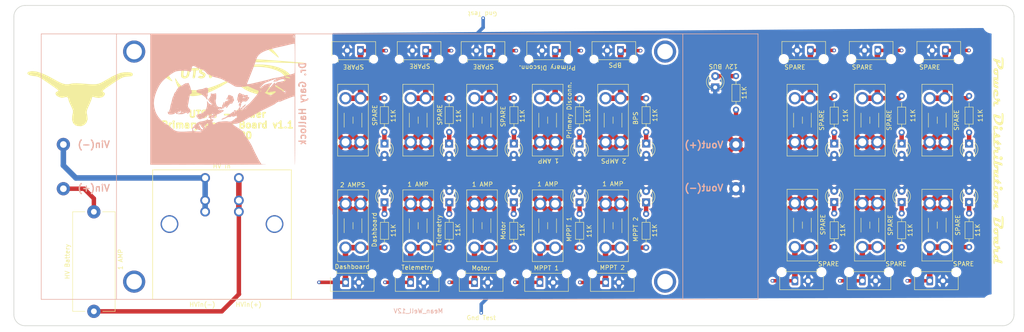
<source format=kicad_pcb>
(kicad_pcb (version 20171130) (host pcbnew "(5.1.6)-1")
  (layers (0 F.Cu signal) (31 B.Cu power) (34 B.Paste user) (35 F.Paste user) (36 B.SilkS user) (37 F.SilkS user) (38 B.Mask user) (39 F.Mask user) (44 Edge.Cuts user))
  (net 0 "")
  (net 1 "Net-(D1-Pad1)")
  (net 2 "Net-(F1-Pad1)")
  (net 3 "Net-(F1-Pad2)")
  (net 4 "Net-(J1-Pad1)")
  (net 5 /DC+)
  (net 6 "Net-(D1-Pad2)")
  (net 7 "Net-(D2-Pad2)")
  (net 8 "Net-(D3-Pad2)")
  (net 9 "Net-(D4-Pad2)")
  (net 10 "Net-(D5-Pad2)")
  (net 11 "Net-(D6-Pad2)")
  (net 12 "Net-(D7-Pad2)")
  (net 13 "Net-(D8-Pad2)")
  (net 14 "Net-(D9-Pad2)")
  (net 15 "Net-(D10-Pad2)")
  (net 16 "Net-(D11-Pad2)")
  (net 17 "Net-(F2-Pad2)")
  (net 18 "Net-(F3-Pad2)")
  (net 19 "Net-(F4-Pad2)")
  (net 20 "Net-(F5-Pad2)")
  (net 21 "Net-(F6-Pad2)")
  (net 22 "Net-(F7-Pad2)")
  (net 23 "Net-(F8-Pad2)")
  (net 24 "Net-(F9-Pad2)")
  (net 25 "Net-(F10-Pad2)")
  (net 26 "Net-(F11-Pad2)")
  (net 27 "Net-(D12-Pad2)")
  (net 28 "Net-(D13-Pad2)")
  (net 29 "Net-(D14-Pad2)")
  (net 30 "Net-(D15-Pad2)")
  (net 31 "Net-(D16-Pad2)")
  (net 32 "Net-(D17-Pad2)")
  (net 33 "Net-(F12-Pad2)")
  (net 34 "Net-(F13-Pad2)")
  (net 35 "Net-(F14-Pad2)")
  (net 36 "Net-(F15-Pad2)")
  (net 37 "Net-(F16-Pad2)")
  (net 38 "Net-(F17-Pad2)")
  (module Resistor_THT:R_Axial_DIN0204_L3.6mm_D1.6mm_P7.62mm_Horizontal (layer F.Cu) (at 200.66 76.9604 270)
    (fp_text reference R16)
    (fp_text value 11K (at 3.81 -2.54 90) (layer F.SilkS))
    (pad 2 thru_hole oval (at 7.62 0 270) (size 1.4 1.4) (drill 0.7) (layers *.Cu *.Mask) (net 31 "Net-(D16-Pad2)"))
    (pad 1 thru_hole circle (at -0.6236 0 270) (size 1.4 1.4) (drill 0.7) (layers *.Cu *.Mask) (net 38 "Net-(F17-Pad2)"))
  )
  (module Resistor_THT:R_Axial_DIN0204_L3.6mm_D1.6mm_P7.62mm_Horizontal (layer F.Cu) (at 215.9 76.9604 270)
    (fp_text reference R15)
    (fp_text value 11K (at 3.81 -2.54 90) (layer F.SilkS))
    (pad 2 thru_hole oval (at 7.62 0 270) (size 1.4 1.4) (drill 0.7) (layers *.Cu *.Mask) (net 30 "Net-(D15-Pad2)"))
    (pad 1 thru_hole circle (at -0.6236 0 270) (size 1.4 1.4) (drill 0.7) (layers *.Cu *.Mask) (net 37 "Net-(F16-Pad2)"))
  )
  (module Resistor_THT:R_Axial_DIN0204_L3.6mm_D1.6mm_P7.62mm_Horizontal (layer F.Cu) (at 231.14 76.9604 270)
    (fp_text reference R14)
    (fp_text value 11K (at 3.81 -2.54 90) (layer F.SilkS))
    (pad 2 thru_hole oval (at 7.62 0 270) (size 1.4 1.4) (drill 0.7) (layers *.Cu *.Mask) (net 29 "Net-(D14-Pad2)"))
    (pad 1 thru_hole circle (at -0.6236 0 270) (size 1.4 1.4) (drill 0.7) (layers *.Cu *.Mask) (net 36 "Net-(F15-Pad2)"))
  )
  (module Resistor_THT:R_Axial_DIN0204_L3.6mm_D1.6mm_P7.62mm_Horizontal (layer F.Cu) (at 231.14 110.49 90)
    (fp_text reference R13)
    (fp_text value 11K (at 3.81 1.92 90) (layer F.SilkS))
    (pad 2 thru_hole oval (at 7.62 0 90) (size 1.4 1.4) (drill 0.7) (layers *.Cu *.Mask) (net 28 "Net-(D13-Pad2)"))
    (pad 1 thru_hole circle (at 0 0 90) (size 1.4 1.4) (drill 0.7) (layers *.Cu *.Mask) (net 35 "Net-(F14-Pad2)"))
  )
  (module Resistor_THT:R_Axial_DIN0204_L3.6mm_D1.6mm_P7.62mm_Horizontal (layer F.Cu) (at 215.9 110.49 90)
    (fp_text reference R12)
    (fp_text value 11K (at 3.81 1.92 90) (layer F.SilkS))
    (pad 2 thru_hole oval (at 7.62 0 90) (size 1.4 1.4) (drill 0.7) (layers *.Cu *.Mask) (net 27 "Net-(D12-Pad2)"))
    (pad 1 thru_hole circle (at 0 0 90) (size 1.4 1.4) (drill 0.7) (layers *.Cu *.Mask) (net 34 "Net-(F13-Pad2)"))
  )
  (module Resistor_THT:R_Axial_DIN0204_L3.6mm_D1.6mm_P7.62mm_Horizontal (layer F.Cu) (at 200.66 110.49 90)
    (fp_text reference R11)
    (fp_text value 11K (at 3.81 1.92 90) (layer F.SilkS))
    (pad 2 thru_hole oval (at 7.62 0 90) (size 1.4 1.4) (drill 0.7) (layers *.Cu *.Mask) (net 16 "Net-(D11-Pad2)"))
    (pad 1 thru_hole circle (at 0 0 90) (size 1.4 1.4) (drill 0.7) (layers *.Cu *.Mask) (net 33 "Net-(F12-Pad2)"))
  )
  (module Connector_Molex:Molex_Micro-Fit_3.0_43650-0215_1x02_P3.00mm_Vertical (layer F.Cu) (at 195.27 66.04 180)
    (fp_text reference J17)
    (fp_text value SPARE (at 3.5 -3.81 180) (layer F.SilkS))
    (pad 2 thru_hole oval (at 3 0 180) (size 1.5 2.02) (drill 1.02) (layers *.Cu *.Mask) (net 1 "Net-(D1-Pad1)"))
    (pad 1 thru_hole roundrect (at 0 0 180) (size 1.5 2.02) (drill 1.02) (layers *.Cu *.Mask) (roundrect_rratio 0.166667) (net 38 "Net-(F17-Pad2)"))
    (pad "" np_thru_hole circle (at 6 -1.96 180) (size 1.27 1.27) (drill 1.27) (layers *.Cu *.Mask))
    (pad "" np_thru_hole circle (at -3 -1.96 180) (size 1.27 1.27) (drill 1.27) (layers *.Cu *.Mask))
  )
  (module Connector_Molex:Molex_Micro-Fit_3.0_43650-0215_1x02_P3.00mm_Vertical (layer F.Cu) (at 210.51 66.04 180)
    (fp_text reference J16)
    (fp_text value SPARE (at 3.5 -3.81) (layer F.SilkS))
    (pad 2 thru_hole oval (at 3 0 180) (size 1.5 2.02) (drill 1.02) (layers *.Cu *.Mask) (net 1 "Net-(D1-Pad1)"))
    (pad 1 thru_hole roundrect (at 0 0 180) (size 1.5 2.02) (drill 1.02) (layers *.Cu *.Mask) (roundrect_rratio 0.166667) (net 37 "Net-(F16-Pad2)"))
    (pad "" np_thru_hole circle (at 6 -1.96 180) (size 1.27 1.27) (drill 1.27) (layers *.Cu *.Mask))
    (pad "" np_thru_hole circle (at -3 -1.96 180) (size 1.27 1.27) (drill 1.27) (layers *.Cu *.Mask))
  )
  (module Connector_Molex:Molex_Micro-Fit_3.0_43650-0215_1x02_P3.00mm_Vertical (layer F.Cu) (at 225.79 66.04 180)
    (fp_text reference J15)
    (fp_text value SPARE (at 3.54 -3.81) (layer F.SilkS))
    (pad 2 thru_hole oval (at 3 0 180) (size 1.5 2.02) (drill 1.02) (layers *.Cu *.Mask) (net 1 "Net-(D1-Pad1)"))
    (pad 1 thru_hole roundrect (at 0 0 180) (size 1.5 2.02) (drill 1.02) (layers *.Cu *.Mask) (roundrect_rratio 0.166667) (net 36 "Net-(F15-Pad2)"))
    (pad "" np_thru_hole circle (at 6 -1.96 180) (size 1.27 1.27) (drill 1.27) (layers *.Cu *.Mask))
    (pad "" np_thru_hole circle (at -3 -1.96 180) (size 1.27 1.27) (drill 1.27) (layers *.Cu *.Mask))
  )
  (module Connector_Molex:Molex_Micro-Fit_3.0_43650-0215_1x02_P3.00mm_Vertical (layer F.Cu) (at 222.25 118.11)
    (fp_text reference J14)
    (fp_text value SPARE (at 7.62 -3.81) (layer F.SilkS))
    (pad 2 thru_hole oval (at 3 0) (size 1.5 2.02) (drill 1.02) (layers *.Cu *.Mask) (net 1 "Net-(D1-Pad1)"))
    (pad 1 thru_hole roundrect (at 0 0) (size 1.5 2.02) (drill 1.02) (layers *.Cu *.Mask) (roundrect_rratio 0.166667) (net 35 "Net-(F14-Pad2)"))
    (pad "" np_thru_hole circle (at 6 -1.96) (size 1.27 1.27) (drill 1.27) (layers *.Cu *.Mask))
    (pad "" np_thru_hole circle (at -3 -1.96) (size 1.27 1.27) (drill 1.27) (layers *.Cu *.Mask))
  )
  (module Connector_Molex:Molex_Micro-Fit_3.0_43650-0215_1x02_P3.00mm_Vertical (layer F.Cu) (at 207.01 118.11)
    (fp_text reference J13)
    (fp_text value SPARE (at 7.62 -3.81) (layer F.SilkS))
    (pad 2 thru_hole oval (at 3 0) (size 1.5 2.02) (drill 1.02) (layers *.Cu *.Mask) (net 1 "Net-(D1-Pad1)"))
    (pad 1 thru_hole roundrect (at 0 0) (size 1.5 2.02) (drill 1.02) (layers *.Cu *.Mask) (roundrect_rratio 0.166667) (net 34 "Net-(F13-Pad2)"))
    (pad "" np_thru_hole circle (at 6 -1.96) (size 1.27 1.27) (drill 1.27) (layers *.Cu *.Mask))
    (pad "" np_thru_hole circle (at -3 -1.96) (size 1.27 1.27) (drill 1.27) (layers *.Cu *.Mask))
  )
  (module Connector_Molex:Molex_Micro-Fit_3.0_43650-0215_1x02_P3.00mm_Vertical (layer F.Cu) (at 191.77 118.11)
    (fp_text reference J12)
    (fp_text value SPARE (at 7.62 -3.81) (layer F.SilkS))
    (pad 2 thru_hole oval (at 3 0) (size 1.5 2.02) (drill 1.02) (layers *.Cu *.Mask) (net 1 "Net-(D1-Pad1)"))
    (pad 1 thru_hole roundrect (at 0 0) (size 1.5 2.02) (drill 1.02) (layers *.Cu *.Mask) (roundrect_rratio 0.166667) (net 33 "Net-(F12-Pad2)"))
    (pad "" np_thru_hole circle (at 6 -1.96) (size 1.27 1.27) (drill 1.27) (layers *.Cu *.Mask))
    (pad "" np_thru_hole circle (at -3 -1.96) (size 1.27 1.27) (drill 1.27) (layers *.Cu *.Mask))
  )
  (module Fuse:Fuseholder_Blade_Mini_Keystone_3568 (layer F.Cu) (at 191.77 86.7664 90)
    (fp_text reference F17)
    (fp_text value SPARE (at 4.96 6.07 90) (layer F.SilkS))
    (pad 2 thru_hole circle (at 9.92 3.4 90) (size 2.78 2.78) (drill 1.78) (layers *.Cu *.Mask) (net 38 "Net-(F17-Pad2)"))
    (pad 2 thru_hole circle (at 9.92 0 90) (size 2.78 2.78) (drill 1.78) (layers *.Cu *.Mask) (net 38 "Net-(F17-Pad2)"))
    (pad 1 thru_hole circle (at 0 3.4 90) (size 2.78 2.78) (drill 1.78) (layers *.Cu *.Mask) (net 5 /DC+))
    (pad 1 thru_hole circle (at 0 0 90) (size 2.78 2.78) (drill 1.78) (layers *.Cu *.Mask) (net 5 /DC+))
  )
  (module Fuse:Fuseholder_Blade_Mini_Keystone_3568 (layer F.Cu) (at 207.01 86.7664 90)
    (fp_text reference F16)
    (fp_text value SPARE (at 4.96 6.07 90) (layer F.SilkS))
    (pad 2 thru_hole circle (at 9.92 3.4 90) (size 2.78 2.78) (drill 1.78) (layers *.Cu *.Mask) (net 37 "Net-(F16-Pad2)"))
    (pad 2 thru_hole circle (at 9.92 0 90) (size 2.78 2.78) (drill 1.78) (layers *.Cu *.Mask) (net 37 "Net-(F16-Pad2)"))
    (pad 1 thru_hole circle (at 0 3.4 90) (size 2.78 2.78) (drill 1.78) (layers *.Cu *.Mask) (net 5 /DC+))
    (pad 1 thru_hole circle (at 0 0 90) (size 2.78 2.78) (drill 1.78) (layers *.Cu *.Mask) (net 5 /DC+))
  )
  (module Fuse:Fuseholder_Blade_Mini_Keystone_3568 (layer F.Cu) (at 222.25 86.7664 90)
    (fp_text reference F15)
    (fp_text value SPARE (at 4.96 6.07 90) (layer F.SilkS))
    (pad 2 thru_hole circle (at 9.92 3.4 90) (size 2.78 2.78) (drill 1.78) (layers *.Cu *.Mask) (net 36 "Net-(F15-Pad2)"))
    (pad 2 thru_hole circle (at 9.92 0 90) (size 2.78 2.78) (drill 1.78) (layers *.Cu *.Mask) (net 36 "Net-(F15-Pad2)"))
    (pad 1 thru_hole circle (at 0 3.4 90) (size 2.78 2.78) (drill 1.78) (layers *.Cu *.Mask) (net 5 /DC+))
    (pad 1 thru_hole circle (at 0 0 90) (size 2.78 2.78) (drill 1.78) (layers *.Cu *.Mask) (net 5 /DC+))
  )
  (module Fuse:Fuseholder_Blade_Mini_Keystone_3568 (layer F.Cu) (at 225.65 100.57 270)
    (fp_text reference F14)
    (fp_text value SPARE (at 4.96 -2.95 90) (layer F.SilkS))
    (pad 2 thru_hole circle (at 9.92 3.4 270) (size 2.78 2.78) (drill 1.78) (layers *.Cu *.Mask) (net 35 "Net-(F14-Pad2)"))
    (pad 2 thru_hole circle (at 9.92 0 270) (size 2.78 2.78) (drill 1.78) (layers *.Cu *.Mask) (net 35 "Net-(F14-Pad2)"))
    (pad 1 thru_hole circle (at 0 3.4 270) (size 2.78 2.78) (drill 1.78) (layers *.Cu *.Mask) (net 5 /DC+))
    (pad 1 thru_hole circle (at 0 0 270) (size 2.78 2.78) (drill 1.78) (layers *.Cu *.Mask) (net 5 /DC+))
  )
  (module Fuse:Fuseholder_Blade_Mini_Keystone_3568 (layer F.Cu) (at 210.41 100.57 270)
    (fp_text reference F13)
    (fp_text value SPARE (at 4.96 -2.95 90) (layer F.SilkS))
    (pad 2 thru_hole circle (at 9.92 3.4 270) (size 2.78 2.78) (drill 1.78) (layers *.Cu *.Mask) (net 34 "Net-(F13-Pad2)"))
    (pad 2 thru_hole circle (at 9.92 0 270) (size 2.78 2.78) (drill 1.78) (layers *.Cu *.Mask) (net 34 "Net-(F13-Pad2)"))
    (pad 1 thru_hole circle (at 0 3.4 270) (size 2.78 2.78) (drill 1.78) (layers *.Cu *.Mask) (net 5 /DC+))
    (pad 1 thru_hole circle (at 0 0 270) (size 2.78 2.78) (drill 1.78) (layers *.Cu *.Mask) (net 5 /DC+))
  )
  (module Fuse:Fuseholder_Blade_Mini_Keystone_3568 (layer F.Cu) (at 195.17 100.57 270)
    (fp_text reference F12)
    (fp_text value SPARE (at 4.84 -2.95 90) (layer F.SilkS))
    (pad 1 thru_hole circle (at 0 0 270) (size 2.78 2.78) (drill 1.78) (layers *.Cu *.Mask) (net 5 /DC+))
    (pad 1 thru_hole circle (at 0 3.4 270) (size 2.78 2.78) (drill 1.78) (layers *.Cu *.Mask) (net 5 /DC+))
    (pad 2 thru_hole circle (at 9.92 0 270) (size 2.78 2.78) (drill 1.78) (layers *.Cu *.Mask) (net 33 "Net-(F12-Pad2)"))
    (pad 2 thru_hole circle (at 9.92 3.4 270) (size 2.78 2.78) (drill 1.78) (layers *.Cu *.Mask) (net 33 "Net-(F12-Pad2)"))
  )
  (module LED_THT:LED_D3.0mm (layer F.Cu) (at 200.66 87.0966 270)
    (fp_text reference D16)
    (fp_text value LED)
    (pad 1 thru_hole circle (at 2.54 0 270) (size 1.8 1.8) (drill 0.9) (layers *.Cu *.Mask) (net 1 "Net-(D1-Pad1)"))
    (pad 2 thru_hole rect (at 0 0 270) (size 1.8 1.8) (drill 0.9) (layers *.Cu *.Mask) (net 31 "Net-(D16-Pad2)"))
  )
  (module LED_THT:LED_D3.0mm (layer F.Cu) (at 215.9 87.0966 270)
    (fp_text reference D15)
    (fp_text value LED)
    (pad 1 thru_hole circle (at 2.54 0 270) (size 1.8 1.8) (drill 0.9) (layers *.Cu *.Mask) (net 1 "Net-(D1-Pad1)"))
    (pad 2 thru_hole rect (at 0 0 270) (size 1.8 1.8) (drill 0.9) (layers *.Cu *.Mask) (net 30 "Net-(D15-Pad2)"))
  )
  (module LED_THT:LED_D3.0mm (layer F.Cu) (at 231.14 87.0966 270)
    (fp_text reference D14)
    (fp_text value LED)
    (pad 1 thru_hole circle (at 2.54 0 270) (size 1.8 1.8) (drill 0.9) (layers *.Cu *.Mask) (net 1 "Net-(D1-Pad1)"))
    (pad 2 thru_hole rect (at 0 0 270) (size 1.8 1.8) (drill 0.9) (layers *.Cu *.Mask) (net 29 "Net-(D14-Pad2)"))
  )
  (module LED_THT:LED_D3.0mm (layer F.Cu) (at 231.14 100.33 90)
    (fp_text reference D13)
    (fp_text value LED)
    (pad 1 thru_hole circle (at 2.54 0 90) (size 1.8 1.8) (drill 0.9) (layers *.Cu *.Mask) (net 1 "Net-(D1-Pad1)"))
    (pad 2 thru_hole rect (at 0 0 90) (size 1.8 1.8) (drill 0.9) (layers *.Cu *.Mask) (net 28 "Net-(D13-Pad2)"))
  )
  (module LED_THT:LED_D3.0mm (layer F.Cu) (at 215.9 100.33 90)
    (fp_text reference D12)
    (fp_text value LED)
    (pad 1 thru_hole circle (at 2.54 0 90) (size 1.8 1.8) (drill 0.9) (layers *.Cu *.Mask) (net 1 "Net-(D1-Pad1)"))
    (pad 2 thru_hole rect (at 0 0 90) (size 1.8 1.8) (drill 0.9) (layers *.Cu *.Mask) (net 27 "Net-(D12-Pad2)"))
  )
  (module LED_THT:LED_D3.0mm (layer F.Cu) (at 200.66 100.33 90)
    (fp_text reference D11)
    (fp_text value LED)
    (pad 1 thru_hole circle (at 2.54 0 90) (size 1.8 1.8) (drill 0.9) (layers *.Cu *.Mask) (net 1 "Net-(D1-Pad1)"))
    (pad 2 thru_hole rect (at 0 0 90) (size 1.8 1.8) (drill 0.9) (layers *.Cu *.Mask) (net 16 "Net-(D11-Pad2)"))
  )
  (module "Power Board Parts:Longhorn" (layer F.Cu) (at 30.1498 76.8604)
    (fp_text reference G*** hide)
    (fp_text value LOGO hide)
  )
  (module "Power Board Parts:PhoenixContact_PC_2-GF_2x7.62" (layer F.Cu) (at 58.47588 94.86392)
    (fp_text reference J1)
    (fp_text value "HV in" (at 3.7592 -2.6416) (layer F.SilkS))
    (pad "" np_thru_hole circle (at 15.68 10.42) (size 4 4) (drill 3.4) (layers *.Cu *.Mask))
    (pad "" np_thru_hole circle (at -8.06 10.42) (size 4 4) (drill 3.4) (layers *.Cu *.Mask))
    (pad 2 thru_hole circle (at 7.62 7.62) (size 2.2 2.2) (drill 1.4) (layers *.Cu *.Mask) (net 3 "Net-(F1-Pad2)"))
    (pad 2 thru_hole circle (at 7.62 5.08) (size 2.2 2.2) (drill 1.4) (layers *.Cu *.Mask) (net 3 "Net-(F1-Pad2)"))
    (pad 1 thru_hole circle (at 0 7.62) (size 2.2 2.2) (drill 1.4) (layers *.Cu *.Mask) (net 4 "Net-(J1-Pad1)"))
    (pad 1 thru_hole circle (at 0 5.08) (size 2.2 2.2) (drill 1.4) (layers *.Cu *.Mask) (net 4 "Net-(J1-Pad1)"))
    (pad 2 thru_hole circle (at 7.62 0) (size 2.2 2.2) (drill 1.4) (layers *.Cu *.Mask) (net 3 "Net-(F1-Pad2)"))
    (pad 1 thru_hole circle (at 0 0) (size 2.2 2.2) (drill 1.4) (layers *.Cu *.Mask) (net 4 "Net-(J1-Pad1)"))
  )
  (module "Power Board Parts:Hallock" (layer B.Cu) (at 62.4078 77.0636 270)
    (fp_text reference G*** hide)
    (fp_text value LOGO hide)
  )
  (module "Power Board Parts:DC-DC Converter 12V" (layer B.Cu) (at 38.4302 122.301)
    (fp_text reference U1)
    (fp_text value Mean_Well_12V (at 68.2244 2.6416) (layer B.SilkS) (effects (justify mirror)))
    (pad 2 thru_hole circle (at -12 -35) (size 3 3) (drill 1.5) (layers *.Cu *.Mask) (net 4 "Net-(J1-Pad1)"))
    (pad 1 thru_hole circle (at -12 -25) (size 3 3) (drill 1.5) (layers *.Cu *.Mask) (net 2 "Net-(F1-Pad1)"))
    (pad "" np_thru_hole circle (at 124 -56) (size 5 5) (drill 3.5) (layers *.Cu *.Mask))
    (pad "" np_thru_hole circle (at 4 -4) (size 5 5) (drill 3.5) (layers *.Cu *.Mask))
    (pad "" np_thru_hole circle (at 4 -56) (size 5 5) (drill 3.5) (layers *.Cu *.Mask))
    (pad "" np_thru_hole circle (at 124 -4) (size 5 5) (drill 3.5) (layers *.Cu *.Mask))
    (pad 3 thru_hole circle (at 140 -35) (size 3 3) (drill 1.5) (layers *.Cu *.Mask) (net 5 /DC+))
    (pad 4 thru_hole circle (at 140 -25) (size 3 3) (drill 1.5) (layers *.Cu *.Mask) (net 1 "Net-(D1-Pad1)"))
  )
  (module "Power Board Parts:Logo" (layer F.Cu) (at 64.1096 69.8754)
    (fp_text reference G*** hide)
    (fp_text value LOGO hide)
  )
  (module MountingHole:MountingHole_3.7mm (layer F.Cu) (at 19.44624 60.19292)
    (fp_text reference REF**)
    (fp_text value MountingHole_3mm)
    (pad "" np_thru_hole circle (at 0 0) (size 3 3) (drill 3) (layers *.Cu *.Mask))
  )
  (module MountingHole:MountingHole_3.7mm (layer F.Cu) (at 236.22 60.19292)
    (fp_text reference REF**)
    (fp_text value MountingHole_3mm)
    (pad "" np_thru_hole circle (at 0 0) (size 3 3) (drill 3) (layers *.Cu *.Mask))
  )
  (module MountingHole:MountingHole_3.7mm (layer F.Cu) (at 236.22 123.19)
    (fp_text reference REF**)
    (fp_text value MountingHole_3mm)
    (pad "" np_thru_hole circle (at 0 0) (size 3 3) (drill 3) (layers *.Cu *.Mask))
  )
  (module MountingHole:MountingHole_3.7mm (layer F.Cu) (at 19.44624 124.17044)
    (fp_text reference REF**)
    (fp_text value MountingHole_3mm)
    (pad "" np_thru_hole circle (at 0 0) (size 3 3) (drill 3) (layers *.Cu *.Mask))
  )
  (module Resistor_THT:R_Axial_DIN0204_L3.6mm_D1.6mm_P7.62mm_Horizontal (layer F.Cu) (at 99.0092 110.617 90)
    (fp_text reference R1)
    (fp_text value 11K (at 3.8608 2.0066 90) (layer F.SilkS))
    (pad 2 thru_hole oval (at 7.62 0 90) (size 1.4 1.4) (drill 0.7) (layers *.Cu *.Mask) (net 6 "Net-(D1-Pad2)"))
    (pad 1 thru_hole circle (at 0 0 90) (size 1.4 1.4) (drill 0.7) (layers *.Cu *.Mask) (net 17 "Net-(F2-Pad2)"))
  )
  (module Resistor_THT:R_Axial_DIN0204_L3.6mm_D1.6mm_P7.62mm_Horizontal (layer F.Cu) (at 113.6396 110.617 90)
    (fp_text reference R2)
    (fp_text value 11K (at 4.0132 1.9558 90) (layer F.SilkS))
    (pad 1 thru_hole circle (at 0 0 90) (size 1.4 1.4) (drill 0.7) (layers *.Cu *.Mask) (net 18 "Net-(F3-Pad2)"))
    (pad 2 thru_hole oval (at 7.62 0 90) (size 1.4 1.4) (drill 0.7) (layers *.Cu *.Mask) (net 7 "Net-(D2-Pad2)"))
  )
  (module Resistor_THT:R_Axial_DIN0204_L3.6mm_D1.6mm_P7.62mm_Horizontal (layer F.Cu) (at 128.2192 110.617 90)
    (fp_text reference R3)
    (fp_text value 11K (at 3.9624 1.905 90) (layer F.SilkS))
    (pad 2 thru_hole oval (at 7.62 0 90) (size 1.4 1.4) (drill 0.7) (layers *.Cu *.Mask) (net 8 "Net-(D3-Pad2)"))
    (pad 1 thru_hole circle (at 0 0 90) (size 1.4 1.4) (drill 0.7) (layers *.Cu *.Mask) (net 19 "Net-(F4-Pad2)"))
  )
  (module Resistor_THT:R_Axial_DIN0204_L3.6mm_D1.6mm_P7.62mm_Horizontal (layer F.Cu) (at 143.1036 110.617 90)
    (fp_text reference R4)
    (fp_text value 11K (at 3.7338 2.1844 90) (layer F.SilkS))
    (pad 1 thru_hole circle (at 0 0 90) (size 1.4 1.4) (drill 0.7) (layers *.Cu *.Mask) (net 20 "Net-(F5-Pad2)"))
    (pad 2 thru_hole oval (at 7.62 0 90) (size 1.4 1.4) (drill 0.7) (layers *.Cu *.Mask) (net 9 "Net-(D4-Pad2)"))
  )
  (module Resistor_THT:R_Axial_DIN0204_L3.6mm_D1.6mm_P7.62mm_Horizontal (layer F.Cu) (at 158.1404 110.617 90)
    (fp_text reference R5)
    (fp_text value 11K (at 3.8608 1.9304 90) (layer F.SilkS))
    (pad 2 thru_hole oval (at 7.62 0 90) (size 1.4 1.4) (drill 0.7) (layers *.Cu *.Mask) (net 10 "Net-(D5-Pad2)"))
    (pad 1 thru_hole circle (at 0 0 90) (size 1.4 1.4) (drill 0.7) (layers *.Cu *.Mask) (net 21 "Net-(F6-Pad2)"))
  )
  (module Resistor_THT:R_Axial_DIN0204_L3.6mm_D1.6mm_P7.62mm_Horizontal (layer F.Cu) (at 158.1404 76.8604 270)
    (fp_text reference R6)
    (fp_text value 11K (at 3.8354 -2.0066 270) (layer F.SilkS))
    (pad 2 thru_hole oval (at 7.62 0 270) (size 1.4 1.4) (drill 0.7) (layers *.Cu *.Mask) (net 11 "Net-(D6-Pad2)"))
    (pad 1 thru_hole circle (at 0 0 270) (size 1.4 1.4) (drill 0.7) (layers *.Cu *.Mask) (net 22 "Net-(F7-Pad2)"))
  )
  (module Resistor_THT:R_Axial_DIN0204_L3.6mm_D1.6mm_P7.62mm_Horizontal (layer F.Cu) (at 143.1036 76.8858 270)
    (fp_text reference R7)
    (fp_text value 11K (at 3.8862 -1.8796 270) (layer F.SilkS))
    (pad 1 thru_hole circle (at 0 0 270) (size 1.4 1.4) (drill 0.7) (layers *.Cu *.Mask) (net 23 "Net-(F8-Pad2)"))
    (pad 2 thru_hole oval (at 7.62 0 270) (size 1.4 1.4) (drill 0.7) (layers *.Cu *.Mask) (net 12 "Net-(D7-Pad2)"))
  )
  (module Resistor_THT:R_Axial_DIN0204_L3.6mm_D1.6mm_P7.62mm_Horizontal (layer F.Cu) (at 128.27 76.8604 270)
    (fp_text reference R8)
    (fp_text value 11K (at 3.9878 -1.8796 270) (layer F.SilkS))
    (pad 2 thru_hole oval (at 7.62 0 270) (size 1.4 1.4) (drill 0.7) (layers *.Cu *.Mask) (net 13 "Net-(D8-Pad2)"))
    (pad 1 thru_hole circle (at 0 0 270) (size 1.4 1.4) (drill 0.7) (layers *.Cu *.Mask) (net 24 "Net-(F9-Pad2)"))
  )
  (module Resistor_THT:R_Axial_DIN0204_L3.6mm_D1.6mm_P7.62mm_Horizontal (layer F.Cu) (at 113.6396 76.8604 270)
    (fp_text reference R9)
    (fp_text value 11K (at 3.9878 -2.1082 270) (layer F.SilkS))
    (pad 1 thru_hole circle (at 0 0 270) (size 1.4 1.4) (drill 0.7) (layers *.Cu *.Mask) (net 25 "Net-(F10-Pad2)"))
    (pad 2 thru_hole oval (at 7.62 0 270) (size 1.4 1.4) (drill 0.7) (layers *.Cu *.Mask) (net 14 "Net-(D9-Pad2)"))
  )
  (module Resistor_THT:R_Axial_DIN0204_L3.6mm_D1.6mm_P7.62mm_Horizontal (layer F.Cu) (at 98.9838 76.8604 270)
    (fp_text reference R10)
    (fp_text value 11K (at 3.9624 -2.0066 270) (layer F.SilkS))
    (pad 2 thru_hole oval (at 7.62 0 270) (size 1.4 1.4) (drill 0.7) (layers *.Cu *.Mask) (net 15 "Net-(D10-Pad2)"))
    (pad 1 thru_hole circle (at 0 0 270) (size 1.4 1.4) (drill 0.7) (layers *.Cu *.Mask) (net 26 "Net-(F11-Pad2)"))
  )
  (module Connector_Molex:Molex_Micro-Fit_3.0_43650-0215_1x02_P3.00mm_Vertical (layer F.Cu) (at 152.3492 66.0654 180)
    (fp_text reference J7)
    (fp_text value BPS (at 1.20396 -3.26644 180 unlocked) (layer F.SilkS))
    (pad "" np_thru_hole circle (at -3 -1.96 180) (size 1 1) (drill 1) (layers *.Cu *.Mask))
    (pad "" np_thru_hole circle (at 6 -1.96 180) (size 1 1) (drill 1) (layers *.Cu *.Mask))
    (pad 1 thru_hole rect (at 0 0 180) (size 1.5 2) (drill 1) (layers *.Cu *.Mask) (net 22 "Net-(F7-Pad2)"))
    (pad 2 thru_hole oval (at 3 0 180) (size 1.5 2) (drill 1) (layers *.Cu *.Mask) (net 1 "Net-(D1-Pad1)"))
  )
  (module Fuse:Fuseholder_Blade_Mini_Keystone_3568 (layer F.Cu) (at 119.3546 86.7664 90)
    (fp_text reference F9)
    (fp_text value SPARE (at 5.7912 6.477 90) (layer F.SilkS))
    (pad 2 thru_hole circle (at 9.92 3.4 90) (size 2.78 2.78) (drill 1.78) (layers *.Cu *.Mask) (net 24 "Net-(F9-Pad2)"))
    (pad 2 thru_hole circle (at 9.92 0 90) (size 2.78 2.78) (drill 1.78) (layers *.Cu *.Mask) (net 24 "Net-(F9-Pad2)"))
    (pad 1 thru_hole circle (at 0 3.4 90) (size 2.78 2.78) (drill 1.78) (layers *.Cu *.Mask) (net 5 /DC+))
    (pad 1 thru_hole circle (at 0 0 90) (size 2.78 2.78) (drill 1.78) (layers *.Cu *.Mask) (net 5 /DC+))
  )
  (module Connector_Molex:Molex_Micro-Fit_3.0_43650-0215_1x02_P3.00mm_Vertical (layer F.Cu) (at 108.331 66.0654 180)
    (fp_text reference J10)
    (fp_text value SPARE (at 1.35128 -3.5052 180 unlocked) (layer F.SilkS))
    (pad 2 thru_hole oval (at 3 0 180) (size 1.5 2) (drill 1) (layers *.Cu *.Mask) (net 1 "Net-(D1-Pad1)"))
    (pad 1 thru_hole rect (at 0 0 180) (size 1.5 2) (drill 1) (layers *.Cu *.Mask) (net 25 "Net-(F10-Pad2)"))
    (pad "" np_thru_hole circle (at 6 -1.96 180) (size 1 1) (drill 1) (layers *.Cu *.Mask))
    (pad "" np_thru_hole circle (at -3 -1.96 180) (size 1 1) (drill 1) (layers *.Cu *.Mask))
  )
  (module Fuse:Fuseholder_Blade_Mini_Keystone_3568 (layer F.Cu) (at 104.9274 86.7664 90)
    (fp_text reference F10)
    (fp_text value SPARE (at 6.1722 6.604 90) (layer F.SilkS))
    (pad 2 thru_hole circle (at 9.92 3.4 90) (size 2.78 2.78) (drill 1.78) (layers *.Cu *.Mask) (net 25 "Net-(F10-Pad2)"))
    (pad 2 thru_hole circle (at 9.92 0 90) (size 2.78 2.78) (drill 1.78) (layers *.Cu *.Mask) (net 25 "Net-(F10-Pad2)"))
    (pad 1 thru_hole circle (at 0 3.4 90) (size 2.78 2.78) (drill 1.78) (layers *.Cu *.Mask) (net 5 /DC+))
    (pad 1 thru_hole circle (at 0 0 90) (size 2.78 2.78) (drill 1.78) (layers *.Cu *.Mask) (net 5 /DC+))
  )
  (module LED_THT:LED_D3.0mm (layer F.Cu) (at 99.0092 89.6366 90)
    (fp_text reference D10)
    (fp_text value LED)
    (pad 2 thru_hole rect (at 2.54 0 90) (size 1.8 1.8) (drill 0.9) (layers *.Cu *.Mask) (net 15 "Net-(D10-Pad2)"))
    (pad 1 thru_hole circle (at 0 0 90) (size 1.8 1.8) (drill 0.9) (layers *.Cu *.Mask) (net 1 "Net-(D1-Pad1)"))
  )
  (module LED_THT:LED_D3.0mm (layer F.Cu) (at 99.0092 97.8408 270)
    (fp_text reference D1)
    (fp_text value LED)
    (pad 1 thru_hole circle (at 0 0 270) (size 1.8 1.8) (drill 0.9) (layers *.Cu *.Mask) (net 1 "Net-(D1-Pad1)"))
    (pad 2 thru_hole rect (at 2.54 0 270) (size 1.8 1.8) (drill 0.9) (layers *.Cu *.Mask) (net 6 "Net-(D1-Pad2)"))
  )
  (module LED_THT:LED_D3.0mm (layer F.Cu) (at 113.665 97.8408 270)
    (fp_text reference D2)
    (fp_text value LED)
    (pad 2 thru_hole rect (at 2.54 0 270) (size 1.8 1.8) (drill 0.9) (layers *.Cu *.Mask) (net 7 "Net-(D2-Pad2)"))
    (pad 1 thru_hole circle (at 0 0 270) (size 1.8 1.8) (drill 0.9) (layers *.Cu *.Mask) (net 1 "Net-(D1-Pad1)"))
  )
  (module LED_THT:LED_D3.0mm (layer F.Cu) (at 128.2446 97.8408 270)
    (fp_text reference D3)
    (fp_text value LED)
    (pad 2 thru_hole rect (at 2.54 0 270) (size 1.8 1.8) (drill 0.9) (layers *.Cu *.Mask) (net 8 "Net-(D3-Pad2)"))
    (pad 1 thru_hole circle (at 0 0 270) (size 1.8 1.8) (drill 0.9) (layers *.Cu *.Mask) (net 1 "Net-(D1-Pad1)"))
  )
  (module LED_THT:LED_D3.0mm (layer F.Cu) (at 143.1036 97.8408 270)
    (fp_text reference D4)
    (fp_text value LED)
    (pad 1 thru_hole circle (at 0 0 270) (size 1.8 1.8) (drill 0.9) (layers *.Cu *.Mask) (net 1 "Net-(D1-Pad1)"))
    (pad 2 thru_hole rect (at 2.54 0 270) (size 1.8 1.8) (drill 0.9) (layers *.Cu *.Mask) (net 9 "Net-(D4-Pad2)"))
  )
  (module LED_THT:LED_D3.0mm (layer F.Cu) (at 158.1404 97.8408 270)
    (fp_text reference D5)
    (fp_text value LED)
    (pad 2 thru_hole rect (at 2.54 0 270) (size 1.8 1.8) (drill 0.9) (layers *.Cu *.Mask) (net 10 "Net-(D5-Pad2)"))
    (pad 1 thru_hole circle (at 0 0 270) (size 1.8 1.8) (drill 0.9) (layers *.Cu *.Mask) (net 1 "Net-(D1-Pad1)"))
  )
  (module LED_THT:LED_D3.0mm (layer F.Cu) (at 158.1658 89.6366 90)
    (fp_text reference D6)
    (fp_text value LED)
    (pad 2 thru_hole rect (at 2.54 0 90) (size 1.8 1.8) (drill 0.9) (layers *.Cu *.Mask) (net 11 "Net-(D6-Pad2)"))
    (pad 1 thru_hole circle (at 0 0 90) (size 1.8 1.8) (drill 0.9) (layers *.Cu *.Mask) (net 1 "Net-(D1-Pad1)"))
  )
  (module LED_THT:LED_D3.0mm (layer F.Cu) (at 143.1036 89.6366 90)
    (fp_text reference D7)
    (fp_text value LED)
    (pad 1 thru_hole circle (at 0 0 90) (size 1.8 1.8) (drill 0.9) (layers *.Cu *.Mask) (net 1 "Net-(D1-Pad1)"))
    (pad 2 thru_hole rect (at 2.54 0 90) (size 1.8 1.8) (drill 0.9) (layers *.Cu *.Mask) (net 12 "Net-(D7-Pad2)"))
  )
  (module LED_THT:LED_D3.0mm (layer F.Cu) (at 128.2446 89.6366 90)
    (fp_text reference D8)
    (fp_text value LED)
    (pad 2 thru_hole rect (at 2.54 0 90) (size 1.8 1.8) (drill 0.9) (layers *.Cu *.Mask) (net 13 "Net-(D8-Pad2)"))
    (pad 1 thru_hole circle (at 0 0 90) (size 1.8 1.8) (drill 0.9) (layers *.Cu *.Mask) (net 1 "Net-(D1-Pad1)"))
  )
  (module LED_THT:LED_D3.0mm (layer F.Cu) (at 113.6142 89.6366 90)
    (fp_text reference D9)
    (fp_text value LED)
    (pad 2 thru_hole rect (at 2.54 0 90) (size 1.8 1.8) (drill 0.9) (layers *.Cu *.Mask) (net 14 "Net-(D9-Pad2)"))
    (pad 1 thru_hole circle (at 0 0 90) (size 1.8 1.8) (drill 0.9) (layers *.Cu *.Mask) (net 1 "Net-(D1-Pad1)"))
  )
  (module Fuse:Fuseholder_Blade_Mini_Keystone_3568 (layer F.Cu) (at 93.5954 100.6983 270)
    (fp_text reference F2)
    (fp_text value Dashboard (at 5.8801 -3.1278 270) (layer F.SilkS))
    (pad 1 thru_hole circle (at 0 0 270) (size 2.78 2.78) (drill 1.78) (layers *.Cu *.Mask) (net 5 /DC+))
    (pad 1 thru_hole circle (at 0 3.4 270) (size 2.78 2.78) (drill 1.78) (layers *.Cu *.Mask) (net 5 /DC+))
    (pad 2 thru_hole circle (at 9.92 0 270) (size 2.78 2.78) (drill 1.78) (layers *.Cu *.Mask) (net 17 "Net-(F2-Pad2)"))
    (pad 2 thru_hole circle (at 9.92 3.4 270) (size 2.78 2.78) (drill 1.78) (layers *.Cu *.Mask) (net 17 "Net-(F2-Pad2)"))
  )
  (module Fuse:Fuseholder_Blade_Mini_Keystone_3568 (layer F.Cu) (at 108.3274 100.6983 270)
    (fp_text reference F3)
    (fp_text value Telemetry (at 6.0579 -3.0008 270) (layer F.SilkS))
    (pad 1 thru_hole circle (at 0 0 270) (size 2.78 2.78) (drill 1.78) (layers *.Cu *.Mask) (net 5 /DC+))
    (pad 1 thru_hole circle (at 0 3.4 270) (size 2.78 2.78) (drill 1.78) (layers *.Cu *.Mask) (net 5 /DC+))
    (pad 2 thru_hole circle (at 9.92 0 270) (size 2.78 2.78) (drill 1.78) (layers *.Cu *.Mask) (net 18 "Net-(F3-Pad2)"))
    (pad 2 thru_hole circle (at 9.92 3.4 270) (size 2.78 2.78) (drill 1.78) (layers *.Cu *.Mask) (net 18 "Net-(F3-Pad2)"))
  )
  (module Fuse:Fuseholder_Blade_Mini_Keystone_3568 (layer F.Cu) (at 122.7546 100.6983 270)
    (fp_text reference F4)
    (fp_text value Motor (at 6.0579 -3.077 270) (layer F.SilkS))
    (pad 2 thru_hole circle (at 9.92 3.4 270) (size 2.78 2.78) (drill 1.78) (layers *.Cu *.Mask) (net 19 "Net-(F4-Pad2)"))
    (pad 2 thru_hole circle (at 9.92 0 270) (size 2.78 2.78) (drill 1.78) (layers *.Cu *.Mask) (net 19 "Net-(F4-Pad2)"))
    (pad 1 thru_hole circle (at 0 3.4 270) (size 2.78 2.78) (drill 1.78) (layers *.Cu *.Mask) (net 5 /DC+))
    (pad 1 thru_hole circle (at 0 0 270) (size 2.78 2.78) (drill 1.78) (layers *.Cu *.Mask) (net 5 /DC+))
  )
  (module Fuse:Fuseholder_Blade_Mini_Keystone_3568 (layer F.Cu) (at 137.5884 100.6983 270)
    (fp_text reference F5)
    (fp_text value "MPPT 1" (at 5.7531 -3.153 270) (layer F.SilkS))
    (pad 1 thru_hole circle (at 0 0 270) (size 2.78 2.78) (drill 1.78) (layers *.Cu *.Mask) (net 5 /DC+))
    (pad 1 thru_hole circle (at 0 3.4 270) (size 2.78 2.78) (drill 1.78) (layers *.Cu *.Mask) (net 5 /DC+))
    (pad 2 thru_hole circle (at 9.92 0 270) (size 2.78 2.78) (drill 1.78) (layers *.Cu *.Mask) (net 20 "Net-(F5-Pad2)"))
    (pad 2 thru_hole circle (at 9.92 3.4 270) (size 2.78 2.78) (drill 1.78) (layers *.Cu *.Mask) (net 20 "Net-(F5-Pad2)"))
  )
  (module Fuse:Fuseholder_Blade_Mini_Keystone_3568 (layer F.Cu) (at 152.371 100.6983 270)
    (fp_text reference F6)
    (fp_text value "MPPT 2" (at 5.7785 -3.4072 90 unlocked) (layer F.SilkS))
    (pad 1 thru_hole circle (at 0 0 270) (size 2.78 2.78) (drill 1.78) (layers *.Cu *.Mask) (net 5 /DC+))
    (pad 1 thru_hole circle (at 0 3.4 270) (size 2.78 2.78) (drill 1.78) (layers *.Cu *.Mask) (net 5 /DC+))
    (pad 2 thru_hole circle (at 9.92 0 270) (size 2.78 2.78) (drill 1.78) (layers *.Cu *.Mask) (net 21 "Net-(F6-Pad2)"))
    (pad 2 thru_hole circle (at 9.92 3.4 270) (size 2.78 2.78) (drill 1.78) (layers *.Cu *.Mask) (net 21 "Net-(F6-Pad2)"))
  )
  (module Fuse:Fuseholder_Blade_Mini_Keystone_3568 (layer F.Cu) (at 148.971 86.7664 90)
    (fp_text reference F7)
    (fp_text value BPS (at 5.4102 6.8072 90) (layer F.SilkS))
    (pad 2 thru_hole circle (at 9.92 3.4 90) (size 2.78 2.78) (drill 1.78) (layers *.Cu *.Mask) (net 22 "Net-(F7-Pad2)"))
    (pad 2 thru_hole circle (at 9.92 0 90) (size 2.78 2.78) (drill 1.78) (layers *.Cu *.Mask) (net 22 "Net-(F7-Pad2)"))
    (pad 1 thru_hole circle (at 0 3.4 90) (size 2.78 2.78) (drill 1.78) (layers *.Cu *.Mask) (net 5 /DC+))
    (pad 1 thru_hole circle (at 0 0 90) (size 2.78 2.78) (drill 1.78) (layers *.Cu *.Mask) (net 5 /DC+))
  )
  (module Fuse:Fuseholder_Blade_Mini_Keystone_3568 (layer F.Cu) (at 134.1884 86.7664 90)
    (fp_text reference F8)
    (fp_text value "Primary Disconn." (at 7.1628 6.5784 90) (layer F.SilkS))
    (pad 2 thru_hole circle (at 9.92 3.4 90) (size 2.78 2.78) (drill 1.78) (layers *.Cu *.Mask) (net 23 "Net-(F8-Pad2)"))
    (pad 2 thru_hole circle (at 9.92 0 90) (size 2.78 2.78) (drill 1.78) (layers *.Cu *.Mask) (net 23 "Net-(F8-Pad2)"))
    (pad 1 thru_hole circle (at 0 3.4 90) (size 2.78 2.78) (drill 1.78) (layers *.Cu *.Mask) (net 5 /DC+))
    (pad 1 thru_hole circle (at 0 0 90) (size 2.78 2.78) (drill 1.78) (layers *.Cu *.Mask) (net 5 /DC+))
  )
  (module Connector_Molex:Molex_Micro-Fit_3.0_43650-0215_1x02_P3.00mm_Vertical (layer F.Cu) (at 90.2208 118.491)
    (fp_text reference J2)
    (fp_text value Dashboard (at 1.48336 -3.57124) (layer F.SilkS))
    (pad "" np_thru_hole circle (at -3 -1.96) (size 1 1) (drill 1) (layers *.Cu *.Mask))
    (pad "" np_thru_hole circle (at 6 -1.96) (size 1 1) (drill 1) (layers *.Cu *.Mask))
    (pad 1 thru_hole rect (at 0 0) (size 1.5 2) (drill 1) (layers *.Cu *.Mask) (net 17 "Net-(F2-Pad2)"))
    (pad 2 thru_hole oval (at 3 0) (size 1.5 2) (drill 1) (layers *.Cu *.Mask) (net 1 "Net-(D1-Pad1)"))
  )
  (module Connector_Molex:Molex_Micro-Fit_3.0_43650-0215_1x02_P3.00mm_Vertical (layer F.Cu) (at 104.902 118.491)
    (fp_text reference J3)
    (fp_text value Telemetry (at 1.4986 -3.39852) (layer F.SilkS))
    (pad 2 thru_hole oval (at 3 0) (size 1.5 2) (drill 1) (layers *.Cu *.Mask) (net 1 "Net-(D1-Pad1)"))
    (pad 1 thru_hole rect (at 0 0) (size 1.5 2) (drill 1) (layers *.Cu *.Mask) (net 18 "Net-(F3-Pad2)"))
    (pad "" np_thru_hole circle (at 6 -1.96) (size 1 1) (drill 1) (layers *.Cu *.Mask))
    (pad "" np_thru_hole circle (at -3 -1.96) (size 1 1) (drill 1) (layers *.Cu *.Mask))
  )
  (module Connector_Molex:Molex_Micro-Fit_3.0_43650-0215_1x02_P3.00mm_Vertical (layer F.Cu) (at 119.3546 118.491)
    (fp_text reference J4)
    (fp_text value Motor (at 1.4478 -3.26136) (layer F.SilkS))
    (pad 2 thru_hole oval (at 3 0) (size 1.5 2) (drill 1) (layers *.Cu *.Mask) (net 1 "Net-(D1-Pad1)"))
    (pad 1 thru_hole rect (at 0 0) (size 1.5 2) (drill 1) (layers *.Cu *.Mask) (net 19 "Net-(F4-Pad2)"))
    (pad "" np_thru_hole circle (at 6 -1.96) (size 1 1) (drill 1) (layers *.Cu *.Mask))
    (pad "" np_thru_hole circle (at -3 -1.96) (size 1 1) (drill 1) (layers *.Cu *.Mask))
  )
  (module Connector_Molex:Molex_Micro-Fit_3.0_43650-0215_1x02_P3.00mm_Vertical (layer F.Cu) (at 134.1374 118.491)
    (fp_text reference J5)
    (fp_text value "MPPT 1" (at 1.45288 -3.25628) (layer F.SilkS))
    (pad 2 thru_hole oval (at 3 0) (size 1.5 2) (drill 1) (layers *.Cu *.Mask) (net 1 "Net-(D1-Pad1)"))
    (pad 1 thru_hole rect (at 0 0) (size 1.5 2) (drill 1) (layers *.Cu *.Mask) (net 20 "Net-(F5-Pad2)"))
    (pad "" np_thru_hole circle (at 6 -1.96) (size 1 1) (drill 1) (layers *.Cu *.Mask))
    (pad "" np_thru_hole circle (at -3 -1.96) (size 1 1) (drill 1) (layers *.Cu *.Mask))
  )
  (module Connector_Molex:Molex_Micro-Fit_3.0_43650-0215_1x02_P3.00mm_Vertical (layer F.Cu) (at 148.9964 118.491)
    (fp_text reference J6)
    (fp_text value "MPPT 2" (at 1.50368 -3.35788 180) (layer F.SilkS))
    (pad 2 thru_hole oval (at 3 0) (size 1.5 2) (drill 1) (layers *.Cu *.Mask) (net 1 "Net-(D1-Pad1)"))
    (pad 1 thru_hole rect (at 0 0) (size 1.5 2) (drill 1) (layers *.Cu *.Mask) (net 21 "Net-(F6-Pad2)"))
    (pad "" np_thru_hole circle (at 6 -1.96) (size 1 1) (drill 1) (layers *.Cu *.Mask))
    (pad "" np_thru_hole circle (at -3 -1.96) (size 1 1) (drill 1) (layers *.Cu *.Mask))
  )
  (module Connector_Molex:Molex_Micro-Fit_3.0_43650-0215_1x02_P3.00mm_Vertical (layer F.Cu) (at 137.6172 66.0654 180)
    (fp_text reference J8)
    (fp_text value "Primary Disconn." (at 1.79832 -3.88112 180 unlocked) (layer F.SilkS))
    (pad "" np_thru_hole circle (at -3 -1.96 180) (size 1 1) (drill 1) (layers *.Cu *.Mask))
    (pad "" np_thru_hole circle (at 6 -1.96 180) (size 1 1) (drill 1) (layers *.Cu *.Mask))
    (pad 1 thru_hole rect (at 0 0 180) (size 1.5 2) (drill 1) (layers *.Cu *.Mask) (net 23 "Net-(F8-Pad2)"))
    (pad 2 thru_hole oval (at 3 0 180) (size 1.5 2) (drill 1) (layers *.Cu *.Mask) (net 1 "Net-(D1-Pad1)"))
  )
  (module Connector_Molex:Molex_Micro-Fit_3.0_43650-0215_1x02_P3.00mm_Vertical (layer F.Cu) (at 122.7836 66.0654 180)
    (fp_text reference J9)
    (fp_text value SPARE (at 1.4228 -3.61696 180 unlocked) (layer F.SilkS))
    (pad 2 thru_hole oval (at 3 0 180) (size 1.5 2) (drill 1) (layers *.Cu *.Mask) (net 1 "Net-(D1-Pad1)"))
    (pad 1 thru_hole rect (at 0 0 180) (size 1.5 2) (drill 1) (layers *.Cu *.Mask) (net 24 "Net-(F9-Pad2)"))
    (pad "" np_thru_hole circle (at 6 -1.96 180) (size 1 1) (drill 1) (layers *.Cu *.Mask))
    (pad "" np_thru_hole circle (at -3 -1.96 180) (size 1 1) (drill 1) (layers *.Cu *.Mask))
  )
  (module Fuse:Fuseholder_Blade_Mini_Keystone_3568 (layer F.Cu) (at 90.1954 86.7664 90)
    (fp_text reference F11)
    (fp_text value SPARE (at 6.0706 6.6548 90) (layer F.SilkS))
    (pad 2 thru_hole circle (at 9.92 3.4 90) (size 2.78 2.78) (drill 1.78) (layers *.Cu *.Mask) (net 26 "Net-(F11-Pad2)"))
    (pad 2 thru_hole circle (at 9.92 0 90) (size 2.78 2.78) (drill 1.78) (layers *.Cu *.Mask) (net 26 "Net-(F11-Pad2)"))
    (pad 1 thru_hole circle (at 0 3.4 90) (size 2.78 2.78) (drill 1.78) (layers *.Cu *.Mask) (net 5 /DC+))
    (pad 1 thru_hole circle (at 0 0 90) (size 2.78 2.78) (drill 1.78) (layers *.Cu *.Mask) (net 5 /DC+))
  )
  (module Connector_Molex:Molex_Micro-Fit_3.0_43650-0215_1x02_P3.00mm_Vertical (layer F.Cu) (at 93.5736 66.0654 180)
    (fp_text reference J11)
    (fp_text value SPARE (at 1.57988 -3.683 180 unlocked) (layer F.SilkS))
    (pad 2 thru_hole oval (at 3 0 180) (size 1.5 2) (drill 1) (layers *.Cu *.Mask) (net 1 "Net-(D1-Pad1)"))
    (pad 1 thru_hole rect (at 0 0 180) (size 1.5 2) (drill 1) (layers *.Cu *.Mask) (net 26 "Net-(F11-Pad2)"))
    (pad "" np_thru_hole circle (at 6 -1.96 180) (size 1 1) (drill 1) (layers *.Cu *.Mask))
    (pad "" np_thru_hole circle (at -3 -1.96 180) (size 1 1) (drill 1) (layers *.Cu *.Mask))
  )
  (module LED_THT:LED_D3.0mm (layer F.Cu) (at 173.7614 74.3966 90)
    (fp_text reference D17)
    (fp_text value LED)
    (pad 1 thru_hole rect (at 0 0 90) (size 1.8 1.8) (drill 0.9) (layers *.Cu *.Mask) (net 1 "Net-(D1-Pad1)"))
    (pad 2 thru_hole circle (at 2.54 0 90) (size 1.8 1.8) (drill 0.9) (layers *.Cu *.Mask) (net 32 "Net-(D17-Pad2)"))
  )
  (module Resistor_THT:R_Axial_DIN0204_L3.6mm_D1.6mm_P7.62mm_Horizontal (layer F.Cu) (at 178.4604 79.4512 90)
    (fp_text reference R18)
    (fp_text value 11K (at 3.8354 1.8542 90) (layer F.SilkS))
    (pad 1 thru_hole circle (at 0 0 90) (size 1.4 1.4) (drill 0.7) (layers *.Cu *.Mask) (net 5 /DC+))
    (pad 2 thru_hole oval (at 7.62 0 90) (size 1.4 1.4) (drill 0.7) (layers *.Cu *.Mask) (net 32 "Net-(D17-Pad2)"))
  )
  (module "Power Board Parts:Title" (layer F.Cu) (at 226.06 104.14 270)
    (fp_text reference G*** hide)
    (fp_text value LOGO hide)
  )
  (module Fuse:Fuseholder_Cylinder-5x20mm_Schurter_0031_8201_Horizontal_Open (layer F.Cu) (at 33.3248 102.5144 270)
    (fp_text reference F1)
    (fp_text value "HV Battery" (at 11.25 6 270) (layer F.SilkS))
    (pad 1 thru_hole circle (at 0 0 270) (size 3 3) (drill 1.3) (layers *.Cu *.Mask) (net 2 "Net-(F1-Pad1)"))
    (pad 2 thru_hole circle (at 22.5 0 270) (size 3 3) (drill 1.3) (layers *.Cu *.Mask) (net 3 "Net-(F1-Pad2)"))
    (pad "" np_thru_hole circle (at 11.25 0 270) (size 2.7 2.7) (drill 2.7) (layers *.Cu *.Mask))
  )
  (gr_arc (start 238.76 125.73) (end 238.76 128.27) (angle -90) (layer Edge.Cuts) (width 0.15))
  (gr_arc (start 238.76 58.42) (end 241.3 58.42) (angle -90) (layer Edge.Cuts) (width 0.15))
  (gr_arc (start 17.78 58.42) (end 17.78 55.88) (angle -90) (layer Edge.Cuts) (width 0.15))
  (gr_arc (start 17.78 125.73) (end 15.24 125.73) (angle -90) (layer Edge.Cuts) (width 0.15))
  (gr_text "1 AMP" (at 136.0424 91.0082 180) (layer F.SilkS) (effects (font (size 1 1))))
  (gr_text "1 AMP" (at 150.622 96.2152) (layer F.SilkS) (effects (font (size 1 1))))
  (gr_text "1 AMP" (at 135.9154 96.266) (layer F.SilkS) (effects (font (size 1 1))))
  (gr_text "1 AMP" (at 106.5784 96.3168) (layer F.SilkS) (effects (font (size 1 1))))
  (gr_text "2 AMPS" (at 91.821 96.4438) (layer F.SilkS) (effects (font (size 1 1))))
  (gr_text "1 AMP" (at 121.158 96.3168) (layer F.SilkS) (effects (font (size 1 1))))
  (gr_text "2 AMPS" (at 150.7998 91.0082 180) (layer F.SilkS) (effects (font (size 1 1))))
  (gr_text "1 AMP" (at 39.3446 113.284 90) (layer F.SilkS) (effects (font (size 1 1))))
  (gr_text "Gnd Test" (at 121.1834 57.7596 180) (layer F.SilkS) (effects (font (size 1 1))))
  (gr_text "Gnd Test" (at 120.8786 126.4666) (layer F.SilkS) (effects (font (size 1 1))))
  (gr_text "HVin(+)" (at 68.3006 123.4694) (layer F.SilkS) (effects (font (size 1 1))))
  (gr_text "HVin(-)" (at 57.8358 123.4694) (layer F.SilkS) (effects (font (size 1 1))))
  (gr_text "12V BUS\n" (at 175.5648 69.6722 180) (layer F.SilkS) (effects (font (size 1 1))))
  (gr_text "Dr. Gary Hallock" (at 80.4926 78.0542 90) (layer B.SilkS) (effects (font (size 1.5 1.5) (thickness 0.3)) (justify mirror)))
  (gr_text "Vin(+)" (at 33.2994 97.155) (layer B.SilkS) (effects (font (size 1.5 1.5) (thickness 0.3)) (justify mirror)))
  (gr_text "Vin(-)" (at 33.2994 87.2998) (layer B.SilkS) (effects (font (size 1.5 1.5) (thickness 0.3)) (justify mirror)))
  (gr_text "UTSVT - Power\nPrimary Power Board v1.1\nFall 2020" (at 63.5 82.8548) (layer F.SilkS) (effects (font (size 1.5 1.5) (thickness 0.375))))
  (gr_line (start 241.3 58.42) (end 241.3 125.73) (layer Edge.Cuts) (width 0.15))
  (gr_text "Vout(-)" (at 171.196 97.1042) (layer B.SilkS) (effects (font (size 1.5 1.5) (thickness 0.3)) (justify mirror)))
  (gr_text "Vout(+)" (at 171.196 87.376) (layer B.SilkS) (effects (font (size 1.5 1.5) (thickness 0.3)) (justify mirror)))
  (gr_line (start 15.24 125.73) (end 15.24 58.42) (layer Edge.Cuts) (width 0.15))
  (gr_line (start 238.76 128.27) (end 17.78 128.27) (layer Edge.Cuts) (width 0.15))
  (gr_line (start 17.78 55.88) (end 238.76 55.88) (layer Edge.Cuts) (width 0.15))
  (via (at 121.3104 58.7502) (size 0.8) (drill 0.4) (layers F.Cu B.Cu) (net 1))
  (via (at 120.8786 125.349) (size 0.8) (drill 0.4) (layers F.Cu B.Cu) (net 1))
  (segment (start 120.8786 125.349) (end 120.8786 124.783315) (width 0.8) (layer B.Cu) (net 1))
  (segment (start 120.8786 124.783315) (end 120.8786 123.3932) (width 0.8) (layer B.Cu) (net 1))
  (segment (start 120.8786 123.3932) (end 122.3518 121.92) (width 0.8) (layer B.Cu) (net 1))
  (segment (start 121.3104 58.7502) (end 121.3104 60.8584) (width 0.8) (layer B.Cu) (net 1))
  (segment (start 121.3104 60.8584) (end 119.7102 62.4586) (width 0.8) (layer B.Cu) (net 1))
  (segment (start 31.1086 97.301) (end 26.4302 97.301) (width 1) (layer F.Cu) (net 2))
  (segment (start 33.3248 102.5144) (end 33.3248 99.5172) (width 1) (layer F.Cu) (net 2))
  (segment (start 33.3248 99.5172) (end 31.1086 97.301) (width 1) (layer F.Cu) (net 2))
  (segment (start 66.09588 94.86392) (end 66.09588 99.94392) (width 1.25) (layer F.Cu) (net 3))
  (segment (start 66.09588 99.94392) (end 66.09588 102.48392) (width 1.25) (layer F.Cu) (net 3))
  (segment (start 33.3248 125.0144) (end 62.2344 125.0144) (width 1) (layer F.Cu) (net 3))
  (segment (start 62.2344 125.0144) (end 66.1162 121.1326) (width 1) (layer F.Cu) (net 3))
  (segment (start 66.09588 121.11228) (end 66.09588 102.48392) (width 1) (layer F.Cu) (net 3))
  (segment (start 66.1162 121.1326) (end 66.09588 121.11228) (width 1) (layer F.Cu) (net 3))
  (segment (start 58.47588 94.86392) (end 58.47588 99.94392) (width 1.25) (layer B.Cu) (net 4))
  (segment (start 58.47588 99.94392) (end 58.47588 102.48392) (width 1.25) (layer B.Cu) (net 4))
  (segment (start 26.4302 92.0384) (end 26.4302 87.301) (width 1.25) (layer B.Cu) (net 4))
  (segment (start 58.47588 94.86392) (end 29.25572 94.86392) (width 1.25) (layer B.Cu) (net 4))
  (segment (start 29.25572 94.86392) (end 26.4302 92.0384) (width 1.25) (layer B.Cu) (net 4))
  (segment (start 178.4604 87.2708) (end 178.4302 87.301) (width 1) (layer F.Cu) (net 5))
  (segment (start 178.4604 79.4512) (end 178.4604 81.96072) (width 1) (layer F.Cu) (net 5))
  (segment (start 178.4604 81.96072) (end 174.7012 85.71992) (width 1) (layer F.Cu) (net 5))
  (segment (start 99.0092 102.997) (end 99.0092 100.3808) (width 1) (layer F.Cu) (net 6))
  (segment (start 113.665 102.9716) (end 113.6396 102.997) (width 1) (layer F.Cu) (net 7))
  (segment (start 113.665 100.3808) (end 113.665 102.9716) (width 1) (layer F.Cu) (net 7))
  (segment (start 128.2192 100.4062) (end 128.2446 100.3808) (width 1) (layer F.Cu) (net 8))
  (segment (start 128.2192 102.997) (end 128.2192 100.4062) (width 1) (layer F.Cu) (net 8))
  (segment (start 143.1036 102.997) (end 143.1036 100.3808) (width 1) (layer F.Cu) (net 9))
  (segment (start 158.1404 100.4062) (end 158.1404 102.997) (width 1) (layer F.Cu) (net 10))
  (segment (start 158.1404 87.0712) (end 158.1658 87.0966) (width 1) (layer F.Cu) (net 11))
  (segment (start 158.1404 84.4804) (end 158.1404 87.0712) (width 1) (layer F.Cu) (net 11))
  (segment (start 143.1036 87.122) (end 143.1036 84.5058) (width 1) (layer F.Cu) (net 12))
  (segment (start 128.27 87.0712) (end 128.2446 87.0966) (width 1) (layer F.Cu) (net 13))
  (segment (start 128.27 84.4804) (end 128.27 87.0712) (width 1) (layer F.Cu) (net 13))
  (segment (start 113.6396 87.0712) (end 113.6142 87.0966) (width 1) (layer F.Cu) (net 14))
  (segment (start 113.6396 84.4804) (end 113.6396 87.0712) (width 1) (layer F.Cu) (net 14))
  (segment (start 98.9838 87.0712) (end 99.0092 87.0966) (width 1) (layer F.Cu) (net 15))
  (segment (start 98.9838 84.4804) (end 98.9838 87.0712) (width 1) (layer F.Cu) (net 15))
  (segment (start 200.66 100.33) (end 200.66 102.87) (width 1) (layer F.Cu) (net 16))
  (via (at 84.20608 118.46052) (size 0.8) (drill 0.4) (layers F.Cu B.Cu) (net 17))
  (segment (start 90.1954 110.6183) (end 93.5954 110.6183) (width 1.25) (layer F.Cu) (net 17))
  (segment (start 99.0079 110.6183) (end 99.0092 110.617) (width 1) (layer F.Cu) (net 17))
  (segment (start 93.5954 110.6183) (end 99.0079 110.6183) (width 1) (layer F.Cu) (net 17))
  (segment (start 90.19032 118.46052) (end 90.2208 118.491) (width 1) (layer F.Cu) (net 17))
  (segment (start 84.20608 118.46052) (end 90.19032 118.46052) (width 0.8) (layer F.Cu) (net 17))
  (segment (start 90.1954 118.4656) (end 90.2208 118.491) (width 1.25) (layer F.Cu) (net 17))
  (segment (start 90.1954 110.6183) (end 90.1954 118.4656) (width 1.25) (layer F.Cu) (net 17))
  (via (at 99.1108 118.46052) (size 0.8) (drill 0.4) (layers F.Cu B.Cu) (net 18))
  (segment (start 113.6383 110.6183) (end 113.6396 110.617) (width 1) (layer F.Cu) (net 18))
  (segment (start 108.3274 110.6183) (end 113.6383 110.6183) (width 1) (layer F.Cu) (net 18))
  (segment (start 104.9274 110.6183) (end 108.3274 110.6183) (width 1.25) (layer F.Cu) (net 18))
  (segment (start 104.9274 118.3894) (end 104.902 118.4148) (width 1.25) (layer F.Cu) (net 18))
  (segment (start 104.9274 118.4656) (end 104.902 118.491) (width 1.25) (layer F.Cu) (net 18))
  (segment (start 104.9274 110.6183) (end 104.9274 118.4656) (width 1.25) (layer F.Cu) (net 18))
  (segment (start 104.87152 118.46052) (end 104.902 118.491) (width 1) (layer F.Cu) (net 18))
  (segment (start 99.1108 118.46052) (end 104.87152 118.46052) (width 0.8) (layer F.Cu) (net 18))
  (via (at 113.65484 118.46052) (size 0.8) (drill 0.4) (layers F.Cu B.Cu) (net 19))
  (segment (start 119.3546 110.6183) (end 122.7546 110.6183) (width 1.25) (layer F.Cu) (net 19))
  (segment (start 128.2179 110.6183) (end 128.2192 110.617) (width 1) (layer F.Cu) (net 19))
  (segment (start 122.7546 110.6183) (end 128.2179 110.6183) (width 1) (layer F.Cu) (net 19))
  (segment (start 119.3546 110.6183) (end 119.3546 118.491) (width 1.25) (layer F.Cu) (net 19))
  (segment (start 119.32412 118.46052) (end 119.3546 118.491) (width 1) (layer F.Cu) (net 19))
  (segment (start 113.65484 118.46052) (end 119.32412 118.46052) (width 0.8) (layer F.Cu) (net 19))
  (via (at 128.48336 118.46052) (size 0.8) (drill 0.4) (layers F.Cu B.Cu) (net 20))
  (segment (start 134.1884 118.3384) (end 134.1374 118.3894) (width 1.25) (layer F.Cu) (net 20))
  (segment (start 134.1884 110.6183) (end 137.5884 110.6183) (width 1.25) (layer F.Cu) (net 20))
  (segment (start 143.1023 110.6183) (end 143.1036 110.617) (width 1) (layer F.Cu) (net 20))
  (segment (start 137.5884 110.6183) (end 143.1023 110.6183) (width 1) (layer F.Cu) (net 20))
  (segment (start 134.1884 118.44) (end 134.1374 118.491) (width 1.25) (layer F.Cu) (net 20))
  (segment (start 134.1884 110.6183) (end 134.1884 118.44) (width 1.25) (layer F.Cu) (net 20))
  (segment (start 134.0612 118.4148) (end 134.1374 118.491) (width 1) (layer F.Cu) (net 20))
  (segment (start 134.10692 118.46052) (end 134.1374 118.491) (width 1) (layer F.Cu) (net 20))
  (segment (start 128.48336 118.46052) (end 134.10692 118.46052) (width 0.8) (layer F.Cu) (net 20))
  (via (at 143.14932 118.46052) (size 0.8) (drill 0.4) (layers F.Cu B.Cu) (net 21))
  (segment (start 148.971 118.5164) (end 148.9964 118.5418) (width 1.25) (layer F.Cu) (net 21))
  (segment (start 148.971 110.6183) (end 152.371 110.6183) (width 1.25) (layer F.Cu) (net 21))
  (segment (start 152.3723 110.617) (end 152.371 110.6183) (width 1) (layer F.Cu) (net 21))
  (segment (start 158.1404 110.617) (end 152.3723 110.617) (width 1) (layer F.Cu) (net 21))
  (segment (start 148.971 118.4656) (end 148.9964 118.491) (width 1.25) (layer F.Cu) (net 21))
  (segment (start 148.971 110.6183) (end 148.971 118.4656) (width 1.25) (layer F.Cu) (net 21))
  (segment (start 148.96592 118.46052) (end 148.9964 118.491) (width 1) (layer F.Cu) (net 21))
  (segment (start 143.1798 118.491) (end 143.14932 118.46052) (width 0.8) (layer F.Cu) (net 21))
  (segment (start 148.9964 118.491) (end 143.1798 118.491) (width 0.8) (layer F.Cu) (net 21))
  (via (at 156.8958 66.0908) (size 0.8) (drill 0.4) (layers F.Cu B.Cu) (net 22))
  (segment (start 158.1264 76.8464) (end 158.1404 76.8604) (width 1) (layer F.Cu) (net 22))
  (segment (start 152.371 76.8464) (end 158.1264 76.8464) (width 1) (layer F.Cu) (net 22))
  (segment (start 152.3492 76.8246) (end 152.371 76.8464) (width 1.25) (layer F.Cu) (net 22))
  (segment (start 148.971 76.8464) (end 152.371 76.8464) (width 1.25) (layer F.Cu) (net 22))
  (segment (start 152.371 66.0872) (end 152.3492 66.0654) (width 1.25) (layer F.Cu) (net 22))
  (segment (start 152.371 76.8464) (end 152.371 66.0872) (width 1.25) (layer F.Cu) (net 22))
  (segment (start 152.3746 66.0908) (end 152.3492 66.0654) (width 1) (layer F.Cu) (net 22))
  (segment (start 156.8958 66.0908) (end 152.3746 66.0908) (width 0.8) (layer F.Cu) (net 22))
  (via (at 143.4846 66.0908) (size 0.8) (drill 0.4) (layers F.Cu B.Cu) (net 23))
  (segment (start 137.6278 76.8858) (end 137.5884 76.8464) (width 1) (layer F.Cu) (net 23))
  (segment (start 143.1036 76.8858) (end 137.6278 76.8858) (width 1) (layer F.Cu) (net 23))
  (segment (start 137.6426 76.7922) (end 137.5884 76.8464) (width 1.25) (layer F.Cu) (net 23))
  (segment (start 134.1884 76.8464) (end 137.5884 76.8464) (width 1.25) (layer F.Cu) (net 23))
  (segment (start 137.5884 66.0942) (end 137.6172 66.0654) (width 1.25) (layer F.Cu) (net 23))
  (segment (start 137.5884 76.8464) (end 137.5884 66.0942) (width 1.25) (layer F.Cu) (net 23))
  (segment (start 137.6426 66.0908) (end 137.6172 66.0654) (width 1) (layer F.Cu) (net 23))
  (segment (start 143.4846 66.0908) (end 137.6426 66.0908) (width 0.8) (layer F.Cu) (net 23))
  (via (at 128.8034 66.0908) (size 0.8) (drill 0.4) (layers F.Cu B.Cu) (net 24))
  (segment (start 128.256 76.8464) (end 128.27 76.8604) (width 1) (layer F.Cu) (net 24))
  (segment (start 122.7546 76.8464) (end 128.256 76.8464) (width 1) (layer F.Cu) (net 24))
  (segment (start 119.3546 76.8464) (end 122.7546 76.8464) (width 1.25) (layer F.Cu) (net 24))
  (segment (start 122.7836 76.8174) (end 122.7546 76.8464) (width 1.25) (layer F.Cu) (net 24))
  (segment (start 122.7546 66.0944) (end 122.7836 66.0654) (width 1.25) (layer F.Cu) (net 24))
  (segment (start 122.7546 76.8464) (end 122.7546 66.0944) (width 1.25) (layer F.Cu) (net 24))
  (segment (start 122.809 66.0908) (end 122.7836 66.0654) (width 1) (layer F.Cu) (net 24))
  (segment (start 128.8034 66.0908) (end 122.809 66.0908) (width 0.8) (layer F.Cu) (net 24))
  (via (at 114.1476 66.0908) (size 0.8) (drill 0.4) (layers F.Cu B.Cu) (net 25))
  (segment (start 113.6256 76.8464) (end 113.6396 76.8604) (width 1) (layer F.Cu) (net 25))
  (segment (start 108.3274 76.8464) (end 113.6256 76.8464) (width 1) (layer F.Cu) (net 25))
  (segment (start 108.331 76.8428) (end 108.3274 76.8464) (width 1.25) (layer F.Cu) (net 25))
  (segment (start 104.9274 76.8464) (end 108.3274 76.8464) (width 1.25) (layer F.Cu) (net 25))
  (segment (start 108.3274 66.069) (end 108.331 66.0654) (width 1.25) (layer F.Cu) (net 25))
  (segment (start 108.3274 76.8464) (end 108.3274 66.069) (width 1.25) (layer F.Cu) (net 25))
  (segment (start 108.3564 66.0908) (end 108.331 66.0654) (width 1) (layer F.Cu) (net 25))
  (segment (start 114.1476 66.0908) (end 108.3564 66.0908) (width 0.8) (layer F.Cu) (net 25))
  (via (at 99.3902 66.0908) (size 0.8) (drill 0.4) (layers F.Cu B.Cu) (net 26))
  (segment (start 93.6094 76.8604) (end 93.5954 76.8464) (width 1) (layer F.Cu) (net 26))
  (segment (start 98.9838 76.8604) (end 93.6094 76.8604) (width 1) (layer F.Cu) (net 26))
  (segment (start 90.1954 76.8464) (end 93.5954 76.8464) (width 1.25) (layer F.Cu) (net 26))
  (segment (start 93.5736 76.8246) (end 93.5954 76.8464) (width 1.25) (layer F.Cu) (net 26))
  (segment (start 93.5954 66.0872) (end 93.5736 66.0654) (width 1.25) (layer F.Cu) (net 26))
  (segment (start 93.5954 76.8464) (end 93.5954 66.0872) (width 1.25) (layer F.Cu) (net 26))
  (segment (start 93.599 66.0908) (end 93.5736 66.0654) (width 1) (layer F.Cu) (net 26))
  (segment (start 99.3902 66.0908) (end 93.599 66.0908) (width 0.8) (layer F.Cu) (net 26))
  (segment (start 215.9 100.33) (end 215.9 102.87) (width 1) (layer F.Cu) (net 27))
  (segment (start 231.14 102.87) (end 231.14 100.33) (width 1) (layer F.Cu) (net 28))
  (segment (start 231.14 84.5804) (end 231.14 87.0966) (width 1) (layer F.Cu) (net 29))
  (segment (start 215.9 87.0966) (end 215.9 84.5804) (width 1) (layer F.Cu) (net 30))
  (segment (start 200.66 84.5804) (end 200.66 87.0966) (width 1) (layer F.Cu) (net 31))
  (segment (start 178.435 71.8566) (end 178.4604 71.8312) (width 1) (layer F.Cu) (net 32))
  (segment (start 173.7614 71.8566) (end 178.435 71.8566) (width 1) (layer F.Cu) (net 32))
  (segment (start 191.77 110.49) (end 191.77 118.11) (width 1.25) (layer F.Cu) (net 33))
  (segment (start 195.17 110.49) (end 200.66 110.49) (width 1) (layer F.Cu) (net 33))
  (segment (start 191.77 110.49) (end 195.17 110.49) (width 1.25) (layer F.Cu) (net 33))
  (via (at 186.69 118.11) (size 0.8) (drill 0.4) (layers F.Cu B.Cu) (net 33))
  (segment (start 191.77 118.11) (end 186.69 118.11) (width 0.8) (layer F.Cu) (net 33))
  (via (at 201.93 118.11) (size 0.8) (drill 0.4) (layers F.Cu B.Cu) (net 34))
  (segment (start 201.93 118.11) (end 207.01 118.11) (width 0.8) (layer F.Cu) (net 34))
  (segment (start 207.01 118.11) (end 207.01 110.49) (width 1.25) (layer F.Cu) (net 34))
  (segment (start 207.01 110.49) (end 210.41 110.49) (width 1.25) (layer F.Cu) (net 34))
  (segment (start 210.41 110.49) (end 215.9 110.49) (width 1) (layer F.Cu) (net 34))
  (via (at 217.17 118.11) (size 0.8) (drill 0.4) (layers F.Cu B.Cu) (net 35))
  (segment (start 222.25 118.11) (end 217.17 118.11) (width 0.8) (layer F.Cu) (net 35))
  (segment (start 222.25 118.11) (end 222.25 110.49) (width 1.25) (layer F.Cu) (net 35))
  (segment (start 222.25 110.49) (end 225.65 110.49) (width 1.25) (layer F.Cu) (net 35))
  (segment (start 225.65 110.49) (end 231.14 110.49) (width 1) (layer F.Cu) (net 35))
  (via (at 231.14 66.04) (size 0.8) (drill 0.4) (layers F.Cu B.Cu) (net 36))
  (segment (start 225.79 66.04) (end 231.14 66.04) (width 0.8) (layer F.Cu) (net 36))
  (segment (start 225.65 66.18) (end 225.79 66.04) (width 1.25) (layer F.Cu) (net 36))
  (segment (start 225.79 76.7064) (end 225.65 76.8464) (width 1.25) (layer F.Cu) (net 36))
  (segment (start 225.79 66.04) (end 225.79 76.7064) (width 1.25) (layer F.Cu) (net 36))
  (segment (start 222.25 76.8464) (end 225.65 76.8464) (width 1.25) (layer F.Cu) (net 36))
  (segment (start 230.6304 76.8464) (end 231.14 76.3368) (width 1) (layer F.Cu) (net 36))
  (segment (start 225.65 76.8464) (end 230.6304 76.8464) (width 1) (layer F.Cu) (net 36))
  (via (at 215.9 66.04) (size 0.8) (drill 0.4) (layers F.Cu B.Cu) (net 37))
  (segment (start 210.51 66.04) (end 215.9 66.04) (width 0.8) (layer F.Cu) (net 37))
  (segment (start 210.51 77.37) (end 210.41 77.47) (width 1.25) (layer F.Cu) (net 37))
  (segment (start 207.01 76.8464) (end 210.41 76.8464) (width 1.25) (layer F.Cu) (net 37))
  (segment (start 210.41 66.14) (end 210.51 66.04) (width 1.25) (layer F.Cu) (net 37))
  (segment (start 210.41 76.8464) (end 210.41 66.14) (width 1.25) (layer F.Cu) (net 37))
  (segment (start 215.3904 76.8464) (end 215.9 76.3368) (width 1) (layer F.Cu) (net 37))
  (segment (start 210.41 76.8464) (end 215.3904 76.8464) (width 1) (layer F.Cu) (net 37))
  (via (at 200.66 66.04) (size 0.8) (drill 0.4) (layers F.Cu B.Cu) (net 38))
  (segment (start 195.27 66.04) (end 200.66 66.04) (width 0.8) (layer F.Cu) (net 38))
  (segment (start 195.27 77.37) (end 195.17 77.47) (width 1.25) (layer F.Cu) (net 38))
  (segment (start 195.27 76.7464) (end 195.17 76.8464) (width 1.25) (layer F.Cu) (net 38))
  (segment (start 195.27 66.04) (end 195.27 76.7464) (width 1.25) (layer F.Cu) (net 38))
  (segment (start 191.77 76.8464) (end 195.17 76.8464) (width 1.25) (layer F.Cu) (net 38))
  (segment (start 200.1504 76.8464) (end 200.66 76.3368) (width 1) (layer F.Cu) (net 38))
  (segment (start 195.17 76.8464) (end 200.1504 76.8464) (width 1) (layer F.Cu) (net 38))
  (zone (net 1) (net_name "Net-(D1-Pad1)") (layer B.Cu) (connect_pads (clearance 0.508)) (min_thickness 0.254) (fill yes (arc_segments 16) (thermal_gap 0.508) (thermal_bridge_width 1))
    (polygon (pts (xy 87.23376 62.13856) (xy 236.21365 60.96) (xy 236.22635 121.92) (xy 87.3252 122.3264)))
  )
  (zone (net 5) (net_name /DC+) (layer F.Cu) (connect_pads (clearance 0.508)) (min_thickness 0.254) (fill yes (arc_segments 16) (thermal_gap 0.508) (thermal_bridge_width 1.25))
    (polygon (pts (xy 87.2744 84.42452) (xy 236.22508 84.70646) (xy 236.21492 103.25354) (xy 87.2744 103.1494)))
  )
)
</source>
